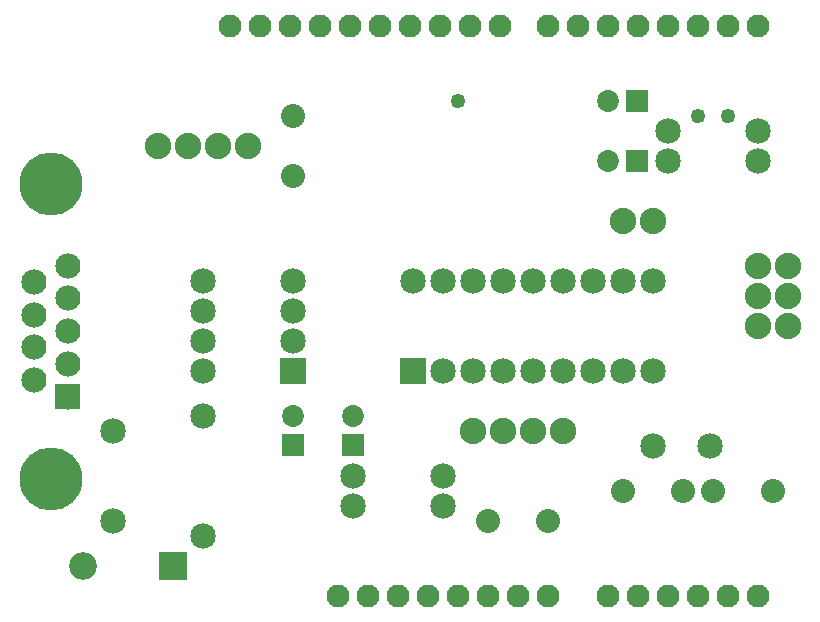
<source format=gbs>
G04 MADE WITH FRITZING*
G04 WWW.FRITZING.ORG*
G04 DOUBLE SIDED*
G04 HOLES PLATED*
G04 CONTOUR ON CENTER OF CONTOUR VECTOR*
%ASAXBY*%
%FSLAX23Y23*%
%MOIN*%
%OFA0B0*%
%SFA1.0B1.0*%
%ADD10C,0.049370*%
%ADD11C,0.085000*%
%ADD12C,0.076194*%
%ADD13C,0.076222*%
%ADD14C,0.080000*%
%ADD15C,0.072992*%
%ADD16C,0.088000*%
%ADD17C,0.084000*%
%ADD18C,0.210000*%
%ADD19C,0.092000*%
%ADD20R,0.085000X0.085000*%
%ADD21R,0.072992X0.072992*%
%ADD22R,0.092000X0.092000*%
%ADD23R,0.001000X0.001000*%
%LNMASK0*%
G90*
G70*
G54D10*
X1517Y1745D03*
G54D11*
X367Y645D03*
X367Y345D03*
G54D12*
X2118Y95D03*
X2218Y95D03*
X2318Y95D03*
X2418Y95D03*
X2518Y95D03*
G54D13*
X1658Y1995D03*
X1558Y1995D03*
X1458Y1995D03*
X1358Y1995D03*
X1258Y1995D03*
X1158Y1995D03*
X1058Y1995D03*
X958Y1995D03*
X858Y1995D03*
X758Y1995D03*
X2518Y1995D03*
X2418Y1995D03*
X2318Y1995D03*
X2218Y1995D03*
X2118Y1995D03*
X2018Y1995D03*
X1918Y1995D03*
X1818Y1995D03*
G54D12*
X1218Y95D03*
X1118Y95D03*
X1318Y95D03*
X1418Y95D03*
X1518Y95D03*
X1618Y95D03*
X1718Y95D03*
X1818Y95D03*
X2018Y95D03*
G54D11*
X1367Y845D03*
X1367Y1145D03*
X1467Y845D03*
X1467Y1145D03*
X1567Y845D03*
X1567Y1145D03*
X1667Y845D03*
X1667Y1145D03*
X1767Y845D03*
X1767Y1145D03*
X1867Y845D03*
X1867Y1145D03*
X1967Y845D03*
X1967Y1145D03*
X2067Y845D03*
X2067Y1145D03*
X2167Y845D03*
X2167Y1145D03*
X2167Y595D03*
X2359Y595D03*
G54D14*
X967Y1495D03*
X967Y1695D03*
X1817Y345D03*
X1617Y345D03*
X2067Y445D03*
X2267Y445D03*
X2567Y445D03*
X2367Y445D03*
G54D11*
X967Y845D03*
X667Y845D03*
X967Y945D03*
X667Y945D03*
X967Y1045D03*
X667Y1045D03*
X967Y1145D03*
X667Y1145D03*
X2217Y1645D03*
X2517Y1645D03*
X1167Y395D03*
X1467Y395D03*
X1167Y495D03*
X1467Y495D03*
X667Y295D03*
X667Y695D03*
X2217Y1545D03*
X2517Y1545D03*
G54D15*
X1167Y597D03*
X1167Y695D03*
X967Y597D03*
X967Y695D03*
X2115Y1545D03*
X2017Y1545D03*
X2115Y1745D03*
X2017Y1745D03*
G54D16*
X2617Y995D03*
X2617Y1095D03*
X2617Y1195D03*
X2617Y995D03*
X2617Y1095D03*
X2617Y1195D03*
X2517Y1195D03*
X2517Y1095D03*
X2517Y995D03*
X2167Y1345D03*
X2067Y1345D03*
X1867Y645D03*
X1767Y645D03*
X1667Y645D03*
X1567Y645D03*
G54D17*
X217Y759D03*
X217Y868D03*
X217Y977D03*
X217Y1086D03*
X217Y1195D03*
X105Y814D03*
X105Y923D03*
X105Y1031D03*
X105Y1140D03*
G54D18*
X161Y485D03*
X161Y1469D03*
G54D19*
X567Y195D03*
X269Y195D03*
G54D16*
X817Y1595D03*
X717Y1595D03*
X617Y1595D03*
X517Y1595D03*
G54D10*
X2317Y1695D03*
X2417Y1695D03*
G54D20*
X1367Y845D03*
X967Y845D03*
G54D21*
X1167Y597D03*
X967Y597D03*
X2115Y1545D03*
X2115Y1745D03*
G54D22*
X568Y195D03*
G54D23*
X175Y801D02*
X257Y801D01*
X175Y800D02*
X258Y800D01*
X175Y799D02*
X258Y799D01*
X175Y798D02*
X258Y798D01*
X175Y797D02*
X258Y797D01*
X175Y796D02*
X258Y796D01*
X175Y795D02*
X258Y795D01*
X175Y794D02*
X258Y794D01*
X175Y793D02*
X258Y793D01*
X175Y792D02*
X258Y792D01*
X175Y791D02*
X258Y791D01*
X175Y790D02*
X258Y790D01*
X175Y789D02*
X258Y789D01*
X175Y788D02*
X258Y788D01*
X175Y787D02*
X258Y787D01*
X175Y786D02*
X258Y786D01*
X175Y785D02*
X258Y785D01*
X175Y784D02*
X258Y784D01*
X175Y783D02*
X258Y783D01*
X175Y782D02*
X258Y782D01*
X175Y781D02*
X258Y781D01*
X175Y780D02*
X258Y780D01*
X175Y779D02*
X258Y779D01*
X175Y778D02*
X258Y778D01*
X175Y777D02*
X258Y777D01*
X175Y776D02*
X258Y776D01*
X175Y775D02*
X258Y775D01*
X175Y774D02*
X214Y774D01*
X219Y774D02*
X258Y774D01*
X175Y773D02*
X209Y773D01*
X223Y773D02*
X258Y773D01*
X175Y772D02*
X207Y772D01*
X225Y772D02*
X258Y772D01*
X175Y771D02*
X206Y771D01*
X226Y771D02*
X258Y771D01*
X175Y770D02*
X205Y770D01*
X227Y770D02*
X258Y770D01*
X175Y769D02*
X204Y769D01*
X228Y769D02*
X258Y769D01*
X175Y768D02*
X203Y768D01*
X229Y768D02*
X258Y768D01*
X175Y767D02*
X203Y767D01*
X230Y767D02*
X258Y767D01*
X175Y766D02*
X202Y766D01*
X230Y766D02*
X258Y766D01*
X175Y765D02*
X202Y765D01*
X231Y765D02*
X258Y765D01*
X175Y764D02*
X201Y764D01*
X231Y764D02*
X258Y764D01*
X175Y763D02*
X201Y763D01*
X231Y763D02*
X258Y763D01*
X175Y762D02*
X201Y762D01*
X231Y762D02*
X258Y762D01*
X175Y761D02*
X201Y761D01*
X231Y761D02*
X258Y761D01*
X175Y760D02*
X201Y760D01*
X232Y760D02*
X258Y760D01*
X175Y759D02*
X201Y759D01*
X232Y759D02*
X258Y759D01*
X175Y758D02*
X201Y758D01*
X231Y758D02*
X258Y758D01*
X175Y757D02*
X201Y757D01*
X231Y757D02*
X258Y757D01*
X175Y756D02*
X201Y756D01*
X231Y756D02*
X258Y756D01*
X175Y755D02*
X201Y755D01*
X231Y755D02*
X258Y755D01*
X175Y754D02*
X201Y754D01*
X231Y754D02*
X258Y754D01*
X175Y753D02*
X202Y753D01*
X230Y753D02*
X258Y753D01*
X175Y752D02*
X202Y752D01*
X230Y752D02*
X258Y752D01*
X175Y751D02*
X203Y751D01*
X229Y751D02*
X258Y751D01*
X175Y750D02*
X203Y750D01*
X229Y750D02*
X258Y750D01*
X175Y749D02*
X204Y749D01*
X228Y749D02*
X258Y749D01*
X175Y748D02*
X205Y748D01*
X227Y748D02*
X258Y748D01*
X175Y747D02*
X206Y747D01*
X226Y747D02*
X258Y747D01*
X175Y746D02*
X208Y746D01*
X224Y746D02*
X258Y746D01*
X175Y745D02*
X210Y745D01*
X222Y745D02*
X258Y745D01*
X175Y744D02*
X258Y744D01*
X175Y743D02*
X258Y743D01*
X175Y742D02*
X258Y742D01*
X175Y741D02*
X258Y741D01*
X175Y740D02*
X258Y740D01*
X175Y739D02*
X258Y739D01*
X175Y738D02*
X258Y738D01*
X175Y737D02*
X258Y737D01*
X175Y736D02*
X258Y736D01*
X175Y735D02*
X258Y735D01*
X175Y734D02*
X258Y734D01*
X175Y733D02*
X258Y733D01*
X175Y732D02*
X258Y732D01*
X175Y731D02*
X258Y731D01*
X175Y730D02*
X258Y730D01*
X175Y729D02*
X258Y729D01*
X175Y728D02*
X258Y728D01*
X175Y727D02*
X258Y727D01*
X175Y726D02*
X258Y726D01*
X175Y725D02*
X258Y725D01*
X175Y724D02*
X258Y724D01*
X175Y723D02*
X258Y723D01*
X175Y722D02*
X258Y722D01*
X175Y721D02*
X258Y721D01*
X175Y720D02*
X258Y720D01*
X175Y719D02*
X258Y719D01*
X175Y718D02*
X258Y718D01*
D02*
G04 End of Mask0*
M02*
</source>
